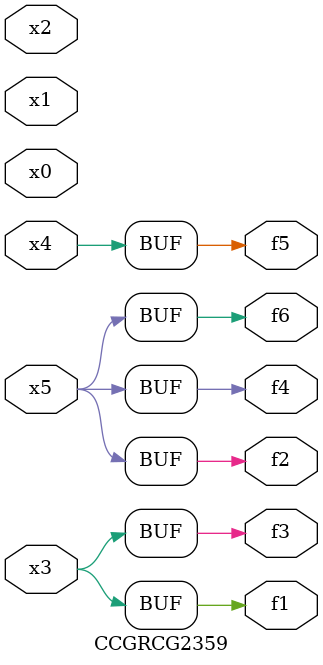
<source format=v>
module CCGRCG2359(
	input x0, x1, x2, x3, x4, x5,
	output f1, f2, f3, f4, f5, f6
);
	assign f1 = x3;
	assign f2 = x5;
	assign f3 = x3;
	assign f4 = x5;
	assign f5 = x4;
	assign f6 = x5;
endmodule

</source>
